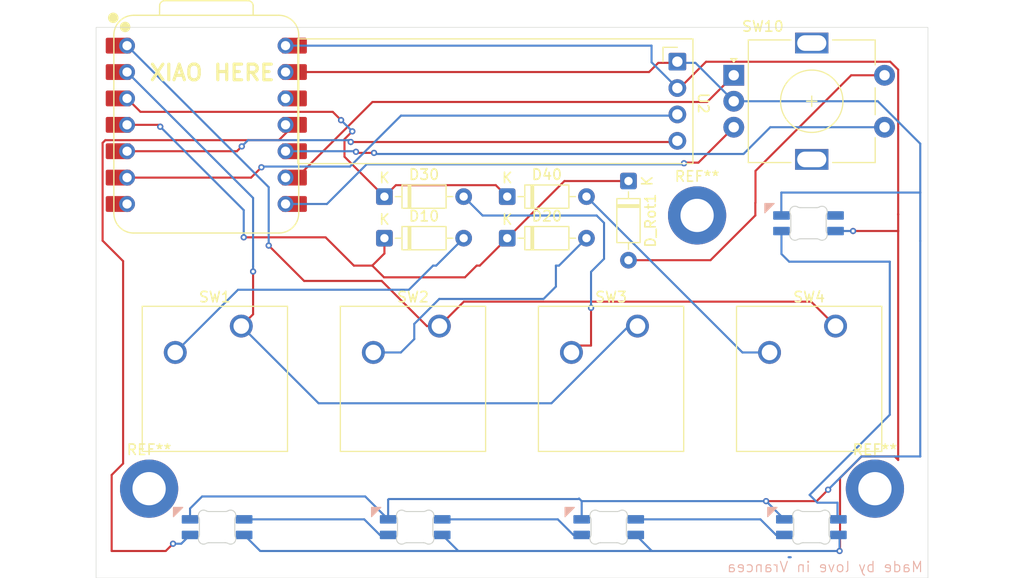
<source format=kicad_pcb>
(kicad_pcb (version 20241229) (generator "pcbnew") (generator_version "9.0")
  (layers (0 "F.Cu" signal) (2 "B.Cu" signal) (13 "F.Paste" user) (15 "B.Paste" user) (5 "F.SilkS" user "F.Silkscreen") (7 "B.SilkS" user "B.Silkscreen") (1 "F.Mask" user) (3 "B.Mask" user) (25 "Edge.Cuts" user))
  (net 0 "")
  (net 1 "Net-(D1-DOUT)")
  (net 2 "GND")
  (net 3 "SK6812")
  (net 4 "Net-(D2-DOUT)")
  (net 5 "Net-(D3-DOUT)")
  (net 6 "Net-(D4-DOUT)")
  (net 8 "Net-(D20-A)")
  (net 9 "Net-(D30-A)")
  (net 11 "Net-(D40-A)")
  (net 12 "ROW0")
  (net 13 "ROW1")
  (net 14 "Net-(D10-A)")
  (net 15 "EC11SWA")
  (net 16 "SDA")
  (net 17 "SCL")
  (net 18 "VCC")
  (net 19 "EC11A")
  (net 20 "EC11B")
  (net 21 "COL2")
  (net 22 "COL0")
  (net 23 "COL1")
  (footprint "Hackclub Footprints:MX_SK6812MINI-E_REV" (layer "F.Cu") (at 142.6875 110.5225)
    (property "Reference" "D2" (hide yes))
    (property "Value" "SK6812MINI-E")
    (fp_poly (pts (xy -4.2 4.08) (xy -3.3 3.18) (xy -4.2 3.18)) (stroke (width 0.1)) (fill yes) (layer "B.SilkS"))
    (fp_line (start -1.699999 5.782842) (end -1.699999 4.377158) (stroke (width 0.1)) (layer "Edge.Cuts"))
    (fp_line (start -0.794452 3.58) (end 0.794452 3.58) (stroke (width 0.1)) (layer "Edge.Cuts"))
    (fp_line (start 0.794452 6.579999) (end -0.794453 6.579999) (stroke (width 0.1)) (layer "Edge.Cuts"))
    (fp_line (start 1.699999 4.377158) (end 1.699999 5.782842) (stroke (width 0.1)) (layer "Edge.Cuts"))
    (fp_arc (start -1.749484 4.16028) (mid -1.712527 4.265932) (end -1.699999 4.377158) (stroke (width 0.1)) (layer "Edge.Cuts"))
    (fp_arc (start -1.749484 4.160281) (mid -1.638072 3.575965) (end -1.046711 3.511701) (stroke (width 0.1)) (layer "Edge.Cuts"))
    (fp_arc (start -1.699999 5.782843) (mid -1.712527 5.894068) (end -1.749484 5.99972) (stroke (width 0.1)) (layer "Edge.Cuts"))
    (fp_arc (start -1.046711 6.648298) (mid -1.638071 6.584034) (end -1.749484 5.99972) (stroke (width 0.1)) (layer "Edge.Cuts"))
    (fp_arc (start -1.046711 6.648298) (mid -0.925123 6.597376) (end -0.794453 6.579999) (stroke (width 0.1)) (layer "Edge.Cuts"))
    (fp_arc (start -0.794452 3.58) (mid -0.925123 3.562623) (end -1.046711 3.511701) (stroke (width 0.1)) (layer "Edge.Cuts"))
    (fp_arc (start 0.794453 6.58) (mid 0.925123 6.597377) (end 1.046711 6.648299) (stroke (width 0.1)) (layer "Edge.Cuts"))
    (fp_arc (start 1.04671 3.511701) (mid 0.925122 3.562623) (end 0.794452 3.58) (stroke (width 0.1)) (layer "Edge.Cuts"))
    (fp_arc (start 1.046711 3.511703) (mid 1.63807 3.575966) (end 1.749484 4.16028) (stroke (width 0.1)) (layer "Edge.Cuts"))
    (fp_arc (start 1.699999 4.377157) (mid 1.712527 4.265932) (end 1.749484 4.16028) (stroke (width 0.1)) (layer "Edge.Cuts"))
    (fp_arc (start 1.749484 5.99972) (mid 1.638071 6.584035) (end 1.046711 6.648299) (stroke (width 0.1)) (layer "Edge.Cuts"))
    (fp_arc (start 1.749484 5.99972) (mid 1.712527 5.894068) (end 1.699999 5.782842) (stroke (width 0.1)) (layer "Edge.Cuts"))
    (pad "1" smd roundrect (at 2.6 5.83 90) (size 0.82 1.6) (layers "B.Cu" "B.Mask" "B.Paste") (roundrect_rratio 0.1) (net 18 "VCC"))
    (pad "2" smd roundrect (at 2.6 4.33 90) (size 0.82 1.6) (layers "B.Cu" "B.Mask" "B.Paste") (roundrect_rratio 0.1) (net 4 "Net-(D2-DOUT)"))
    (pad "3" smd roundrect (at -2.6 4.33 90) (size 0.82 1.6) (layers "B.Cu" "B.Mask" "B.Paste") (roundrect_rratio 0.1) (net 2 "GND"))
    (pad "4" smd roundrect (at -2.6 5.83 90) (size 0.82 1.6) (layers "B.Cu" "B.Mask" "B.Paste") (roundrect_rratio 0.1) (net 1 "Net-(D1-DOUT)"))
  )
  (footprint "Hackclub Footprints:OLED_0.91_128x32" (layer "F.Cu") (at 167.9 70.8 -90)
    (property "Reference" "U2" (at 4 -2.5 270) (layer "F.SilkS"))
    (property "Value" "OLED_0.91_128x32")
    (fp_line (start 0 1.38) (end -1.38 1.38) (stroke (width 0.12)) (layer "F.SilkS"))
    (fp_line (start -1.38 0) (end -1.38 1.38) (stroke (width 0.12)) (layer "F.SilkS"))
    (fp_rect (start -2.19 -1.5) (end 9.81 36.5) (stroke (width 0.12)) (fill no) (layer "F.SilkS"))
    (pad "1" thru_hole roundrect (at 0 0 270) (size 1.7 1.7) (drill 1) (layers "*.Cu" "*.Mask") (roundrect_rratio 0.1) (net 2 "GND"))
    (pad "2" thru_hole circle (at 2.54 0 270) (size 1.7 1.7) (drill 1) (layers "*.Cu" "*.Mask") (net 18 "VCC"))
    (pad "3" thru_hole circle (at 5.08 0 270) (size 1.7 1.7) (drill 1) (layers "*.Cu" "*.Mask") (net 17 "SCL"))
    (pad "4" thru_hole circle (at 7.62 0 270) (size 1.7 1.7) (drill 1) (layers "*.Cu" "*.Mask") (net 16 "SDA"))
  )
  (footprint "Button_Switch_Keyboard:SW_Cherry_MX_1.00u_PCB" (layer "F.Cu") (at 125.965 96.25)
    (property "Reference" "SW1" (at -2.54 -2.794 0) (layer "F.SilkS"))
    (property "Value" "SW_Push")
    (fp_line (start -9.525 -1.905) (end 4.445 -1.905) (stroke (width 0.12)) (layer "F.SilkS"))
    (fp_line (start -9.525 12.065) (end -9.525 -1.905) (stroke (width 0.12)) (layer "F.SilkS"))
    (fp_line (start 4.445 -1.905) (end 4.445 12.065) (stroke (width 0.12)) (layer "F.SilkS"))
    (fp_line (start 4.445 12.065) (end -9.525 12.065) (stroke (width 0.12)) (layer "F.SilkS"))
    (pad "" np_thru_hole circle (at -7.62 5.08) (size 1.7 1.7) (drill 1.7) (layers "*.Cu" "*.Mask"))
    (pad "" np_thru_hole circle (at -2.54 5.08) (size 4 4) (drill 4) (layers "*.Cu" "*.Mask"))
    (pad "" np_thru_hole circle (at 2.54 5.08) (size 1.7 1.7) (drill 1.7) (layers "*.Cu" "*.Mask"))
    (pad "1" thru_hole circle (at 0 0) (size 2.2 2.2) (drill 1.5) (layers "*.Cu" "*.Mask") (net 22 "COL0"))
    (pad "2" thru_hole circle (at -6.35 2.54) (size 2.2 2.2) (drill 1.5) (layers "*.Cu" "*.Mask") (net 14 "Net-(D10-A)"))
  )
  (footprint "Hackclub Footprints:MX_SK6812MINI-E_REV" (layer "F.Cu") (at 180.7875 110.5225)
    (property "Reference" "D4" (hide yes))
    (property "Value" "SK6812MINI-E")
    (fp_poly (pts (xy -4.2 4.08) (xy -3.3 3.18) (xy -4.2 3.18)) (stroke (width 0.1)) (fill yes) (layer "B.SilkS"))
    (fp_line (start -1.699999 5.782842) (end -1.699999 4.377158) (stroke (width 0.1)) (layer "Edge.Cuts"))
    (fp_line (start -0.794452 3.58) (end 0.794452 3.58) (stroke (width 0.1)) (layer "Edge.Cuts"))
    (fp_line (start 0.794452 6.579999) (end -0.794453 6.579999) (stroke (width 0.1)) (layer "Edge.Cuts"))
    (fp_line (start 1.699999 4.377158) (end 1.699999 5.782842) (stroke (width 0.1)) (layer "Edge.Cuts"))
    (fp_arc (start -1.749484 4.16028) (mid -1.712527 4.265932) (end -1.699999 4.377158) (stroke (width 0.1)) (layer "Edge.Cuts"))
    (fp_arc (start -1.749484 4.160281) (mid -1.638072 3.575965) (end -1.046711 3.511701) (stroke (width 0.1)) (layer "Edge.Cuts"))
    (fp_arc (start -1.699999 5.782843) (mid -1.712527 5.894068) (end -1.749484 5.99972) (stroke (width 0.1)) (layer "Edge.Cuts"))
    (fp_arc (start -1.046711 6.648298) (mid -1.638071 6.584034) (end -1.749484 5.99972) (stroke (width 0.1)) (layer "Edge.Cuts"))
    (fp_arc (start -1.046711 6.648298) (mid -0.925123 6.597376) (end -0.794453 6.579999) (stroke (width 0.1)) (layer "Edge.Cuts"))
    (fp_arc (start -0.794452 3.58) (mid -0.925123 3.562623) (end -1.046711 3.511701) (stroke (width 0.1)) (layer "Edge.Cuts"))
    (fp_arc (start 0.794453 6.58) (mid 0.925123 6.597377) (end 1.046711 6.648299) (stroke (width 0.1)) (layer "Edge.Cuts"))
    (fp_arc (start 1.04671 3.511701) (mid 0.925122 3.562623) (end 0.794452 3.58) (stroke (width 0.1)) (layer "Edge.Cuts"))
    (fp_arc (start 1.046711 3.511703) (mid 1.63807 3.575966) (end 1.749484 4.16028) (stroke (width 0.1)) (layer "Edge.Cuts"))
    (fp_arc (start 1.699999 4.377157) (mid 1.712527 4.265932) (end 1.749484 4.16028) (stroke (width 0.1)) (layer "Edge.Cuts"))
    (fp_arc (start 1.749484 5.99972) (mid 1.638071 6.584035) (end 1.046711 6.648299) (stroke (width 0.1)) (layer "Edge.Cuts"))
    (fp_arc (start 1.749484 5.99972) (mid 1.712527 5.894068) (end 1.699999 5.782842) (stroke (width 0.1)) (layer "Edge.Cuts"))
    (pad "1" smd roundrect (at 2.6 5.83 90) (size 0.82 1.6) (layers "B.Cu" "B.Mask" "B.Paste") (roundrect_rratio 0.1) (net 18 "VCC"))
    (pad "2" smd roundrect (at 2.6 4.33 90) (size 0.82 1.6) (layers "B.Cu" "B.Mask" "B.Paste") (roundrect_rratio 0.1) (net 6 "Net-(D4-DOUT)"))
    (pad "3" smd roundrect (at -2.6 4.33 90) (size 0.82 1.6) (layers "B.Cu" "B.Mask" "B.Paste") (roundrect_rratio 0.1) (net 2 "GND"))
    (pad "4" smd roundrect (at -2.6 5.83 90) (size 0.82 1.6) (layers "B.Cu" "B.Mask" "B.Paste") (roundrect_rratio 0.1) (net 5 "Net-(D3-DOUT)"))
  )
  (footprint "MountingHole:MountingHole_3.2mm_M3_DIN965_Pad" (layer "F.Cu") (at 186.9 111.9)
    (property "Reference" "REF**" (at 0 -3.75 0) (layer "F.SilkS"))
    (property "Value" "MountingHole_3.2mm_M3_DIN965_Pad")
    (pad "1" thru_hole circle (at 0 0) (size 5.6 5.6) (drill 3.2) (layers "*.Cu" "*.Mask"))
  )
  (footprint "Hackclub Footprints:MX_SK6812MINI-E_REV" (layer "F.Cu") (at 161.3 110.5225)
    (property "Reference" "D3" (hide yes))
    (property "Value" "SK6812MINI-E")
    (fp_poly (pts (xy -4.2 4.08) (xy -3.3 3.18) (xy -4.2 3.18)) (stroke (width 0.1)) (fill yes) (layer "B.SilkS"))
    (fp_line (start -1.699999 5.782842) (end -1.699999 4.377158) (stroke (width 0.1)) (layer "Edge.Cuts"))
    (fp_line (start -0.794452 3.58) (end 0.794452 3.58) (stroke (width 0.1)) (layer "Edge.Cuts"))
    (fp_line (start 0.794452 6.579999) (end -0.794453 6.579999) (stroke (width 0.1)) (layer "Edge.Cuts"))
    (fp_line (start 1.699999 4.377158) (end 1.699999 5.782842) (stroke (width 0.1)) (layer "Edge.Cuts"))
    (fp_arc (start -1.749484 4.16028) (mid -1.712527 4.265932) (end -1.699999 4.377158) (stroke (width 0.1)) (layer "Edge.Cuts"))
    (fp_arc (start -1.749484 4.160281) (mid -1.638072 3.575965) (end -1.046711 3.511701) (stroke (width 0.1)) (layer "Edge.Cuts"))
    (fp_arc (start -1.699999 5.782843) (mid -1.712527 5.894068) (end -1.749484 5.99972) (stroke (width 0.1)) (layer "Edge.Cuts"))
    (fp_arc (start -1.046711 6.648298) (mid -1.638071 6.584034) (end -1.749484 5.99972) (stroke (width 0.1)) (layer "Edge.Cuts"))
    (fp_arc (start -1.046711 6.648298) (mid -0.925123 6.597376) (end -0.794453 6.579999) (stroke (width 0.1)) (layer "Edge.Cuts"))
    (fp_arc (start -0.794452 3.58) (mid -0.925123 3.562623) (end -1.046711 3.511701) (stroke (width 0.1)) (layer "Edge.Cuts"))
    (fp_arc (start 0.794453 6.58) (mid 0.925123 6.597377) (end 1.046711 6.648299) (stroke (width 0.1)) (layer "Edge.Cuts"))
    (fp_arc (start 1.04671 3.511701) (mid 0.925122 3.562623) (end 0.794452 3.58) (stroke (width 0.1)) (layer "Edge.Cuts"))
    (fp_arc (start 1.046711 3.511703) (mid 1.63807 3.575966) (end 1.749484 4.16028) (stroke (width 0.1)) (layer "Edge.Cuts"))
    (fp_arc (start 1.699999 4.377157) (mid 1.712527 4.265932) (end 1.749484 4.16028) (stroke (width 0.1)) (layer "Edge.Cuts"))
    (fp_arc (start 1.749484 5.99972) (mid 1.638071 6.584035) (end 1.046711 6.648299) (stroke (width 0.1)) (layer "Edge.Cuts"))
    (fp_arc (start 1.749484 5.99972) (mid 1.712527 5.894068) (end 1.699999 5.782842) (stroke (width 0.1)) (layer "Edge.Cuts"))
    (pad "1" smd roundrect (at 2.6 5.83 90) (size 0.82 1.6) (layers "B.Cu" "B.Mask" "B.Paste") (roundrect_rratio 0.1) (net 18 "VCC"))
    (pad "2" smd roundrect (at 2.6 4.33 90) (size 0.82 1.6) (layers "B.Cu" "B.Mask" "B.Paste") (roundrect_rratio 0.1) (net 5 "Net-(D3-DOUT)"))
    (pad "3" smd roundrect (at -2.6 4.33 90) (size 0.82 1.6) (layers "B.Cu" "B.Mask" "B.Paste") (roundrect_rratio 0.1) (net 2 "GND"))
    (pad "4" smd roundrect (at -2.6 5.83 90) (size 0.82 1.6) (layers "B.Cu" "B.Mask" "B.Paste") (roundrect_rratio 0.1) (net 4 "Net-(D2-DOUT)"))
  )
  (footprint "Hackclub Footprints:MX_SK6812MINI-E_REV" (layer "F.Cu") (at 123.6375 110.5225)
    (property "Reference" "D1" (hide yes))
    (property "Value" "SK6812MINI-E")
    (fp_poly (pts (xy -4.2 4.08) (xy -3.3 3.18) (xy -4.2 3.18)) (stroke (width 0.1)) (fill yes) (layer "B.SilkS"))
    (fp_line (start -1.699999 5.782842) (end -1.699999 4.377158) (stroke (width 0.1)) (layer "Edge.Cuts"))
    (fp_line (start -0.794452 3.58) (end 0.794452 3.58) (stroke (width 0.1)) (layer "Edge.Cuts"))
    (fp_line (start 0.794452 6.579999) (end -0.794453 6.579999) (stroke (width 0.1)) (layer "Edge.Cuts"))
    (fp_line (start 1.699999 4.377158) (end 1.699999 5.782842) (stroke (width 0.1)) (layer "Edge.Cuts"))
    (fp_arc (start -1.749484 4.16028) (mid -1.712527 4.265932) (end -1.699999 4.377158) (stroke (width 0.1)) (layer "Edge.Cuts"))
    (fp_arc (start -1.749484 4.160281) (mid -1.638072 3.575965) (end -1.046711 3.511701) (stroke (width 0.1)) (layer "Edge.Cuts"))
    (fp_arc (start -1.699999 5.782843) (mid -1.712527 5.894068) (end -1.749484 5.99972) (stroke (width 0.1)) (layer "Edge.Cuts"))
    (fp_arc (start -1.046711 6.648298) (mid -1.638071 6.584034) (end -1.749484 5.99972) (stroke (width 0.1)) (layer "Edge.Cuts"))
    (fp_arc (start -1.046711 6.648298) (mid -0.925123 6.597376) (end -0.794453 6.579999) (stroke (width 0.1)) (layer "Edge.Cuts"))
    (fp_arc (start -0.794452 3.58) (mid -0.925123 3.562623) (end -1.046711 3.511701) (stroke (width 0.1)) (layer "Edge.Cuts"))
    (fp_arc (start 0.794453 6.58) (mid 0.925123 6.597377) (end 1.046711 6.648299) (stroke (width 0.1)) (layer "Edge.Cuts"))
    (fp_arc (start 1.04671 3.511701) (mid 0.925122 3.562623) (end 0.794452 3.58) (stroke (width 0.1)) (layer "Edge.Cuts"))
    (fp_arc (start 1.046711 3.511703) (mid 1.63807 3.575966) (end 1.749484 4.16028) (stroke (width 0.1)) (layer "Edge.Cuts"))
    (fp_arc (start 1.699999 4.377157) (mid 1.712527 4.265932) (end 1.749484 4.16028) (stroke (width 0.1)) (layer "Edge.Cuts"))
    (fp_arc (start 1.749484 5.99972) (mid 1.638071 6.584035) (end 1.046711 6.648299) (stroke (width 0.1)) (layer "Edge.Cuts"))
    (fp_arc (start 1.749484 5.99972) (mid 1.712527 5.894068) (end 1.699999 5.782842) (stroke (width 0.1)) (layer "Edge.Cuts"))
    (pad "1" smd roundrect (at 2.6 5.83 90) (size 0.82 1.6) (layers "B.Cu" "B.Mask" "B.Paste") (roundrect_rratio 0.1) (net 18 "VCC"))
    (pad "2" smd roundrect (at 2.6 4.33 90) (size 0.82 1.6) (layers "B.Cu" "B.Mask" "B.Paste") (roundrect_rratio 0.1) (net 1 "Net-(D1-DOUT)"))
    (pad "3" smd roundrect (at -2.6 4.33 90) (size 0.82 1.6) (layers "B.Cu" "B.Mask" "B.Paste") (roundrect_rratio 0.1) (net 2 "GND"))
    (pad "4" smd roundrect (at -2.6 5.83 90) (size 0.82 1.6) (layers "B.Cu" "B.Mask" "B.Paste") (roundrect_rratio 0.1) (net 3 "SK6812"))
  )
  (footprint "Diode_THT:D_DO-35_SOD27_P7.62mm_Horizontal" (layer "F.Cu") (at 139.73 87.79)
    (property "Reference" "D10" (at 3.81 -2.12 0) (layer "F.SilkS"))
    (property "Value" "D")
    (fp_line (start 1.04 0) (end 1.69 0) (stroke (width 0.12)) (layer "F.SilkS"))
    (fp_line (start 2.29 -1.12) (end 2.29 1.12) (stroke (width 0.12)) (layer "F.SilkS"))
    (fp_line (start 2.41 -1.12) (end 2.41 1.12) (stroke (width 0.12)) (layer "F.SilkS"))
    (fp_line (start 2.53 -1.12) (end 2.53 1.12) (stroke (width 0.12)) (layer "F.SilkS"))
    (fp_line (start 6.58 0) (end 5.93 0) (stroke (width 0.12)) (layer "F.SilkS"))
    (fp_rect (start 1.69 -1.12) (end 5.93 1.12) (stroke (width 0.12)) (fill no) (layer "F.SilkS"))
    (fp_text user "K" (at 0 -1.8 0) (layer "F.SilkS"))
    (pad "1" thru_hole roundrect (at 0 0) (size 1.6 1.6) (drill 0.8) (layers "*.Cu" "*.Mask") (roundrect_rratio 0.15625) (net 12 "ROW0"))
    (pad "2" thru_hole circle (at 7.62 0) (size 1.6 1.6) (drill 0.8) (layers "*.Cu" "*.Mask") (net 14 "Net-(D10-A)"))
  )
  (footprint "Button_Switch_Keyboard:SW_Cherry_MX_1.00u_PCB" (layer "F.Cu") (at 145.015 96.25)
    (property "Reference" "SW2" (at -2.54 -2.794 0) (layer "F.SilkS"))
    (property "Value" "SW_Push")
    (fp_line (start -9.525 -1.905) (end 4.445 -1.905) (stroke (width 0.12)) (layer "F.SilkS"))
    (fp_line (start -9.525 12.065) (end -9.525 -1.905) (stroke (width 0.12)) (layer "F.SilkS"))
    (fp_line (start 4.445 -1.905) (end 4.445 12.065) (stroke (width 0.12)) (layer "F.SilkS"))
    (fp_line (start 4.445 12.065) (end -9.525 12.065) (stroke (width 0.12)) (layer "F.SilkS"))
    (pad "" np_thru_hole circle (at -7.62 5.08) (size 1.7 1.7) (drill 1.7) (layers "*.Cu" "*.Mask"))
    (pad "" np_thru_hole circle (at -2.54 5.08) (size 4 4) (drill 4) (layers "*.Cu" "*.Mask"))
    (pad "" np_thru_hole circle (at 2.54 5.08) (size 1.7 1.7) (drill 1.7) (layers "*.Cu" "*.Mask"))
    (pad "1" thru_hole circle (at 0 0) (size 2.2 2.2) (drill 1.5) (layers "*.Cu" "*.Mask") (net 23 "COL1"))
    (pad "2" thru_hole circle (at -6.35 2.54) (size 2.2 2.2) (drill 1.5) (layers "*.Cu" "*.Mask") (net 8 "Net-(D20-A)"))
  )
  (footprint "Seeed Studio XIAO Series Library:XIAO-RP2040-DIP" (layer "F.Cu") (at 122.6 76.88)
    (property "Reference" "U1" (hide yes))
    (property "Value" "XIAO-RP2040-DIP")
    (fp_line (start -8.89 8.509) (end -8.89 -8.636) (stroke (width 0.127)) (layer "F.SilkS"))
    (fp_line (start -6.985 10.414) (end 6.985 10.414) (stroke (width 0.127)) (layer "F.SilkS"))
    (fp_line (start -4.495 -10.541) (end -4.491272 -11.451272) (stroke (width 0.127)) (layer "F.SilkS"))
    (fp_line (start -3.991272 -11.951) (end 4.004 -11.951) (stroke (width 0.127)) (layer "F.SilkS"))
    (fp_line (start 4.504 -11.451) (end 4.504 -10.541) (stroke (width 0.127)) (layer "F.SilkS"))
    (fp_line (start 6.985 -10.541) (end -6.985 -10.541) (stroke (width 0.1)) (layer "F.SilkS"))
    (fp_line (start 6.985 -10.541) (end -6.985 -10.541) (stroke (width 0.127)) (layer "F.SilkS"))
    (fp_line (start 8.89 8.509) (end 8.89 -8.636) (stroke (width 0.127)) (layer "F.SilkS"))
    (fp_arc (start -8.89 -8.636) (mid -8.332038 -9.983038) (end -6.985 -10.541) (stroke (width 0.127)) (layer "F.SilkS"))
    (fp_arc (start -6.985 10.414) (mid -8.332038 9.856038) (end -8.89 8.509) (stroke (width 0.127)) (layer "F.SilkS"))
    (fp_arc (start -4.491272 -11.451272) (mid -4.344728 -11.80464) (end -3.991272 -11.951) (stroke (width 0.127)) (layer "F.SilkS"))
    (fp_arc (start 4.004 -11.951) (mid 4.357553 -11.804553) (end 4.504 -11.451) (stroke (width 0.127)) (layer "F.SilkS"))
    (fp_arc (start 6.985 -10.541) (mid 8.332038 -9.983038) (end 8.89 -8.636) (stroke (width 0.127)) (layer "F.SilkS"))
    (fp_arc (start 8.89 8.509) (mid 8.332038 9.856038) (end 6.985 10.414) (stroke (width 0.127)) (layer "F.SilkS"))
    (fp_circle (center -8.95 -10.3) (end -8.95 -10.554) (stroke (width 0.5)) (fill yes) (layer "F.SilkS"))
    (fp_circle (center -7.807 -9.42) (end -7.807 -9.674) (stroke (width 0.5)) (fill yes) (layer "F.SilkS"))
    (pad "1" smd roundrect (at -8.455 -7.62 180) (size 2.432 1.524) (layers "F.Cu" "F.Mask") (roundrect_rratio 0.1) (net 23 "COL1"))
    (pad "1" thru_hole circle (at -7.62 -7.62 180) (size 1.524 1.524) (drill 0.889) (layers "*.Cu" "*.Mask") (net 23 "COL1"))
    (pad "2" smd roundrect (at -8.455 -5.08 180) (size 2.432 1.524) (layers "F.Cu" "F.Mask") (roundrect_rratio 0.1) (net 22 "COL0"))
    (pad "2" thru_hole circle (at -7.62 -5.08 180) (size 1.524 1.524) (drill 0.889) (layers "*.Cu" "*.Mask") (net 22 "COL0"))
    (pad "3" smd roundrect (at -8.455 -2.54 180) (size 2.432 1.524) (layers "F.Cu" "F.Mask") (roundrect_rratio 0.1) (net 13 "ROW1"))
    (pad "3" thru_hole circle (at -7.62 -2.54 180) (size 1.524 1.524) (drill 0.889) (layers "*.Cu" "*.Mask") (net 13 "ROW1"))
    (pad "4" smd roundrect (at -8.455 0 180) (size 2.432 1.524) (layers "F.Cu" "F.Mask") (roundrect_rratio 0.1) (net 12 "ROW0"))
    (pad "4" thru_hole circle (at -7.62 0 180) (size 1.524 1.524) (drill 0.889) (layers "*.Cu" "*.Mask") (net 12 "ROW0"))
    (pad "5" smd roundrect (at -8.455 2.54 180) (size 2.432 1.524) (layers "F.Cu" "F.Mask") (roundrect_rratio 0.1) (net 16 "SDA"))
    (pad "5" thru_hole circle (at -7.62 2.54 180) (size 1.524 1.524) (drill 0.889) (layers "*.Cu" "*.Mask") (net 16 "SDA"))
    (pad "6" smd roundrect (at -8.455 5.08 180) (size 2.432 1.524) (layers "F.Cu" "F.Mask") (roundrect_rratio 0.1) (net 17 "SCL"))
    (pad "6" thru_hole circle (at -7.62 5.08 180) (size 1.524 1.524) (drill 0.889) (layers "*.Cu" "*.Mask") (net 17 "SCL"))
    (pad "7" smd roundrect (at -8.455 7.62 180) (size 2.432 1.524) (layers "F.Cu" "F.Mask") (roundrect_rratio 0.1))
    (pad "7" thru_hole circle (at -7.62 7.62 180) (size 1.524 1.524) (drill 0.889) (layers "*.Cu" "*.Mask"))
    (pad "8" thru_hole circle (at 7.62 7.62) (size 1.524 1.524) (drill 0.889) (layers "*.Cu" "*.Mask") (net 20 "EC11B"))
    (pad "8" smd roundrect (at 8.455 7.62) (size 2.432 1.524) (layers "F.Cu" "F.Mask") (roundrect_rratio 0.1) (net 20 "EC11B"))
    (pad "9" thru_hole circle (at 7.62 5.08) (size 1.524 1.524) (drill 0.889) (layers "*.Cu" "*.Mask") (net 19 "EC11A"))
    (pad "9" smd roundrect (at 8.455 5.08) (size 2.432 1.524) (layers "F.Cu" "F.Mask") (roundrect_rratio 0.1) (net 19 "EC11A"))
    (pad "10" thru_hole circle (at 7.62 2.54) (size 1.524 1.524) (drill 0.889) (layers "*.Cu" "*.Mask") (net 21 "COL2"))
    (pad "10" smd roundrect (at 8.455 2.54) (size 2.432 1.524) (layers "F.Cu" "F.Mask") (roundrect_rratio 0.1) (net 21 "COL2"))
    (pad "11" thru_hole circle (at 7.62 0) (size 1.524 1.524) (drill 0.889) (layers "*.Cu" "*.Mask") (net 3 "SK6812"))
    (pad "11" smd roundrect (at 8.455 0) (size 2.432 1.524) (layers "F.Cu" "F.Mask") (roundrect_rratio 0.1) (net 3 "SK6812"))
    (pad "12" thru_hole circle (at 7.62 -2.54) (size 1.524 1.524) (drill 0.889) (layers "*.Cu" "*.Mask"))
    (pad "12" smd roundrect (at 8.455 -2.54) (size 2.432 1.524) (layers "F.Cu" "F.Mask") (roundrect_rratio 0.1))
    (pad "13" thru_hole circle (at 7.62 -5.08) (size 1.524 1.524) (drill 0.889) (layers "*.Cu" "*.Mask") (net 2 "GND"))
    (pad "13" smd roundrect (at 8.455 -5.08) (size 2.432 1.524) (layers "F.Cu" "F.Mask") (roundrect_rratio 0.1) (net 2 "GND"))
    (pad "14" thru_hole circle (at 7.62 -7.62) (size 1.524 1.524) (drill 0.889) (layers "*.Cu" "*.Mask") (net 18 "VCC"))
    (pad "14" smd roundrect (at 8.455 -7.62) (size 2.432 1.524) (layers "F.Cu" "F.Mask") (roundrect_rratio 0.1) (net 18 "VCC"))
  )
  (footprint "Diode_THT:D_DO-35_SOD27_P7.62mm_Horizontal" (layer "F.Cu") (at 151.54 83.79)
    (property "Reference" "D40" (at 3.81 -2.12 0) (layer "F.SilkS"))
    (property "Value" "D")
    (fp_line (start 1.04 0) (end 1.69 0) (stroke (width 0.12)) (layer "F.SilkS"))
    (fp_line (start 2.29 -1.12) (end 2.29 1.12) (stroke (width 0.12)) (layer "F.SilkS"))
    (fp_line (start 2.41 -1.12) (end 2.41 1.12) (stroke (width 0.12)) (layer "F.SilkS"))
    (fp_line (start 2.53 -1.12) (end 2.53 1.12) (stroke (width 0.12)) (layer "F.SilkS"))
    (fp_line (start 6.58 0) (end 5.93 0) (stroke (width 0.12)) (layer "F.SilkS"))
    (fp_rect (start 1.69 -1.12) (end 5.93 1.12) (stroke (width 0.12)) (fill no) (layer "F.SilkS"))
    (fp_text user "K" (at 0 -1.8 0) (layer "F.SilkS"))
    (pad "1" thru_hole roundrect (at 0 0) (size 1.6 1.6) (drill 0.8) (layers "*.Cu" "*.Mask") (roundrect_rratio 0.15625) (net 13 "ROW1"))
    (pad "2" thru_hole circle (at 7.62 0) (size 1.6 1.6) (drill 0.8) (layers "*.Cu" "*.Mask") (net 11 "Net-(D40-A)"))
  )
  (footprint "Diode_THT:D_DO-35_SOD27_P7.62mm_Horizontal" (layer "F.Cu") (at 139.73 83.79)
    (property "Reference" "D30" (at 3.81 -2.12 0) (layer "F.SilkS"))
    (property "Value" "D")
    (fp_line (start 1.04 0) (end 1.69 0) (stroke (width 0.12)) (layer "F.SilkS"))
    (fp_line (start 2.29 -1.12) (end 2.29 1.12) (stroke (width 0.12)) (layer "F.SilkS"))
    (fp_line (start 2.41 -1.12) (end 2.41 1.12) (stroke (width 0.12)) (layer "F.SilkS"))
    (fp_line (start 2.53 -1.12) (end 2.53 1.12) (stroke (width 0.12)) (layer "F.SilkS"))
    (fp_line (start 6.58 0) (end 5.93 0) (stroke (width 0.12)) (layer "F.SilkS"))
    (fp_rect (start 1.69 -1.12) (end 5.93 1.12) (stroke (width 0.12)) (fill no) (layer "F.SilkS"))
    (fp_text user "K" (at 0 -1.8 0) (layer "F.SilkS"))
    (pad "1" thru_hole roundrect (at 0 0) (size 1.6 1.6) (drill 0.8) (layers "*.Cu" "*.Mask") (roundrect_rratio 0.15625) (net 13 "ROW1"))
    (pad "2" thru_hole circle (at 7.62 0) (size 1.6 1.6) (drill 0.8) (layers "*.Cu" "*.Mask") (net 9 "Net-(D30-A)"))
  )
  (footprint "Button_Switch_Keyboard:SW_Cherry_MX_1.00u_PCB" (layer "F.Cu") (at 183.115 96.25)
    (property "Reference" "SW4" (at -2.54 -2.794 0) (layer "F.SilkS"))
    (property "Value" "SW_Push")
    (fp_line (start -9.525 -1.905) (end 4.445 -1.905) (stroke (width 0.12)) (layer "F.SilkS"))
    (fp_line (start -9.525 12.065) (end -9.525 -1.905) (stroke (width 0.12)) (layer "F.SilkS"))
    (fp_line (start 4.445 -1.905) (end 4.445 12.065) (stroke (width 0.12)) (layer "F.SilkS"))
    (fp_line (start 4.445 12.065) (end -9.525 12.065) (stroke (width 0.12)) (layer "F.SilkS"))
    (pad "" np_thru_hole circle (at -7.62 5.08) (size 1.7 1.7) (drill 1.7) (layers "*.Cu" "*.Mask"))
    (pad "" np_thru_hole circle (at -2.54 5.08) (size 4 4) (drill 4) (layers "*.Cu" "*.Mask"))
    (pad "" np_thru_hole circle (at 2.54 5.08) (size 1.7 1.7) (drill 1.7) (layers "*.Cu" "*.Mask"))
    (pad "1" thru_hole circle (at 0 0) (size 2.2 2.2) (drill 1.5) (layers "*.Cu" "*.Mask") (net 23 "COL1"))
    (pad "2" thru_hole circle (at -6.35 2.54) (size 2.2 2.2) (drill 1.5) (layers "*.Cu" "*.Mask") (net 11 "Net-(D40-A)"))
  )
  (footprint "MountingHole:MountingHole_3.2mm_M3_DIN965_Pad" (layer "F.Cu") (at 169.8 85.6)
    (property "Reference" "REF**" (at 0 -3.75 0) (layer "F.SilkS"))
    (property "Value" "MountingHole_3.2mm_M3_DIN965_Pad")
    (pad "1" thru_hole circle (at 0 0) (size 5.6 5.6) (drill 3.2) (layers "*.Cu" "*.Mask"))
  )
  (footprint "Diode_THT:D_DO-35_SOD27_P7.62mm_Horizontal" (layer "F.Cu") (at 151.54 87.79)
    (property "Reference" "D20" (at 3.81 -2.12 0) (layer "F.SilkS"))
    (property "Value" "D")
    (fp_line (start 1.04 0) (end 1.69 0) (stroke (width 0.12)) (layer "F.SilkS"))
    (fp_line (start 2.29 -1.12) (end 2.29 1.12) (stroke (width 0.12)) (layer "F.SilkS"))
    (fp_line (start 2.41 -1.12) (end 2.41 1.12) (stroke (width 0.12)) (layer "F.SilkS"))
    (fp_line (start 2.53 -1.12) (end 2.53 1.12) (stroke (width 0.12)) (layer "F.SilkS"))
    (fp_line (start 6.58 0) (end 5.93 0) (stroke (width 0.12)) (layer "F.SilkS"))
    (fp_rect (start 1.69 -1.12) (end 5.93 1.12) (stroke (width 0.12)) (fill no) (layer "F.SilkS"))
    (fp_text user "K" (at 0 -1.8 0) (layer "F.SilkS"))
    (pad "1" thru_hole roundrect (at 0 0) (size 1.6 1.6) (drill 0.8) (layers "*.Cu" "*.Mask") (roundrect_rratio 0.15625) (net 12 "ROW0"))
    (pad "2" thru_hole circle (at 7.62 0) (size 1.6 1.6) (drill 0.8) (layers "*.Cu" "*.Mask") (net 8 "Net-(D20-A)"))
  )
  (footprint "Button_Switch_Keyboard:SW_Cherry_MX_1.00u_PCB" (layer "F.Cu") (at 164.065 96.25)
    (property "Reference" "SW3" (at -2.54 -2.794 0) (layer "F.SilkS"))
    (property "Value" "SW_Push")
    (fp_line (start -9.525 -1.905) (end 4.445 -1.905) (stroke (width 0.12)) (layer "F.SilkS"))
    (fp_line (start -9.525 12.065) (end -9.525 -1.905) (stroke (width 0.12)) (layer "F.SilkS"))
    (fp_line (start 4.445 -1.905) (end 4.445 12.065) (stroke (width 0.12)) (layer "F.SilkS"))
    (fp_line (start 4.445 12.065) (end -9.525 12.065) (stroke (width 0.12)) (layer "F.SilkS"))
    (pad "" np_thru_hole circle (at -7.62 5.08) (size 1.7 1.7) (drill 1.7) (layers "*.Cu" "*.Mask"))
    (pad "" np_thru_hole circle (at -2.54 5.08) (size 4 4) (drill 4) (layers "*.Cu" "*.Mask"))
    (pad "" np_thru_hole circle (at 2.54 5.08) (size 1.7 1.7) (drill 1.7) (layers "*.Cu" "*.Mask"))
    (pad "1" thru_hole circle (at 0 0) (size 2.2 2.2) (drill 1.5) (layers "*.Cu" "*.Mask") (net 22 "COL0"))
    (pad "2" thru_hole circle (at -6.35 2.54) (size 2.2 2.2) (drill 1.5) (layers "*.Cu" "*.Mask") (net 9 "Net-(D30-A)"))
  )
  (footprint "Diode_THT:D_DO-35_SOD27_P7.62mm_Horizontal" (layer "F.Cu") (at 163.2 82.29 -90)
    (property "Reference" "D_Rot1" (at 3.81 -2.12 90) (layer "F.SilkS"))
    (property "Value" "D")
    (fp_line (start 1.04 0) (end 1.69 0) (stroke (width 0.12)) (layer "F.SilkS"))
    (fp_line (start 6.58 0) (end 5.93 0) (stroke (width 0.12)) (layer "F.SilkS"))
    (fp_line (start 2.29 -1.12) (end 2.29 1.12) (stroke (width 0.12)) (layer "F.SilkS"))
    (fp_line (start 2.41 -1.12) (end 2.41 1.12) (stroke (width 0.12)) (layer "F.SilkS"))
    (fp_line (start 2.53 -1.12) (end 2.53 1.12) (stroke (width 0.12)) (layer "F.SilkS"))
    (fp_rect (start 1.69 -1.12) (end 5.93 1.12) (stroke (width 0.12)) (fill no) (layer "F.SilkS"))
    (fp_text user "K" (at 0 -1.8 90) (layer "F.SilkS"))
    (pad "1" thru_hole roundrect (at 0 0 270) (size 1.6 1.6) (drill 0.8) (layers "*.Cu" "*.Mask") (roundrect_rratio 0.15625) (net 12 "ROW0"))
    (pad "2" thru_hole circle (at 7.62 0 270) (size 1.6 1.6) (drill 0.8) (layers "*.Cu" "*.Mask") (net 15 "EC11SWA"))
  )
  (footprint "Rotary_Encoder:RotaryEncoder_Alps_EC11E-Switch_Vertical_H20mm" (layer "F.Cu") (at 173.325 72.11)
    (property "Reference" "SW10" (at 2.8 -4.7 0) (layer "F.SilkS"))
    (property "Value" "RotaryEncoder_Switch")
    (fp_line (start -0.3 -1.6) (end 0.3 -1.6) (stroke (width 0.12)) (layer "F.SilkS"))
    (fp_line (start 0 -1.3) (end -0.3 -1.6) (stroke (width 0.12)) (layer "F.SilkS"))
    (fp_line (start 0.3 -1.6) (end 0 -1.3) (stroke (width 0.12)) (layer "F.SilkS"))
    (fp_line (start 1.4 -3.4) (end 1.4 8.4) (stroke (width 0.12)) (layer "F.SilkS"))
    (fp_line (start 5.5 -3.4) (end 1.4 -3.4) (stroke (width 0.12)) (layer "F.SilkS"))
    (fp_line (start 5.5 8.4) (end 1.4 8.4) (stroke (width 0.12)) (layer "F.SilkS"))
    (fp_line (start 7 2.5) (end 8 2.5) (stroke (width 0.12)) (layer "F.SilkS"))
    (fp_line (start 7.5 2) (end 7.5 3) (stroke (width 0.12)) (layer "F.SilkS"))
    (fp_line (start 9.5 -3.4) (end 13.6 -3.4) (stroke (width 0.12)) (layer "F.SilkS"))
    (fp_line (start 13.6 -3.4) (end 13.6 -1) (stroke (width 0.12)) (layer "F.SilkS"))
    (fp_line (start 13.6 1.2) (end 13.6 3.8) (stroke (width 0.12)) (layer "F.SilkS"))
    (fp_line (start 13.6 6) (end 13.6 8.4) (stroke (width 0.12)) (layer "F.SilkS"))
    (fp_line (start 13.6 8.4) (end 9.5 8.4) (stroke (width 0.12)) (layer "F.SilkS"))
    (fp_circle (center 7.5 2.5) (end 10.5 2.5) (stroke (width 0.12)) (fill no) (layer "F.SilkS"))
    (pad "A" thru_hole rect (at 0 0) (size 2 2) (drill 1) (layers "*.Cu" "*.Mask") (net 19 "EC11A"))
    (pad "B" thru_hole circle (at 0 5) (size 2 2) (drill 1) (layers "*.Cu" "*.Mask") (net 20 "EC11B"))
    (pad "C" thru_hole circle (at 0 2.5) (size 2 2) (drill 1) (layers "*.Cu" "*.Mask") (net 2 "GND"))
    (pad "MP" thru_hole rect (at 7.5 -3.1) (size 3.2 2) (drill oval 2.8 1.5) (layers "*.Cu" "*.Mask"))
    (pad "MP" thru_hole rect (at 7.5 8.1) (size 3.2 2) (drill oval 2.8 1.5) (layers "*.Cu" "*.Mask"))
    (pad "S1" thru_hole circle (at 14.5 5) (size 2 2) (drill 1) (layers "*.Cu" "*.Mask") (net 21 "COL2"))
    (pad "S2" thru_hole circle (at 14.5 0) (size 2 2) (drill 1) (layers "*.Cu" "*.Mask") (net 15 "EC11SWA"))
  )
  (footprint "Hackclub Footprints:MX_SK6812MINI-E_REV" (layer "F.Cu") (at 180.5125 81.2725)
    (property "Reference" "D5" (hide yes))
    (property "Value" "SK6812MINI-E")
    (fp_poly (pts (xy -4.2 4.08) (xy -3.3 3.18) (xy -4.2 3.18)) (stroke (width 0.1)) (fill yes) (layer "B.SilkS"))
    (fp_line (start -1.699999 5.782842) (end -1.699999 4.377158) (stroke (width 0.1)) (layer "Edge.Cuts"))
    (fp_line (start -0.794452 3.58) (end 0.794452 3.58) (stroke (width 0.1)) (layer "Edge.Cuts"))
    (fp_line (start 0.794452 6.579999) (end -0.794453 6.579999) (stroke (width 0.1)) (layer "Edge.Cuts"))
    (fp_line (start 1.699999 4.377158) (end 1.699999 5.782842) (stroke (width 0.1)) (layer "Edge.Cuts"))
    (fp_arc (start -1.749484 4.16028) (mid -1.712527 4.265932) (end -1.699999 4.377158) (stroke (width 0.1)) (layer "Edge.Cuts"))
    (fp_arc (start -1.749484 4.160281) (mid -1.638072 3.575965) (end -1.046711 3.511701) (stroke (width 0.1)) (layer "Edge.Cuts"))
    (fp_arc (start -1.699999 5.782843) (mid -1.712527 5.894068) (end -1.749484 5.99972) (stroke (width 0.1)) (layer "Edge.Cuts"))
    (fp_arc (start -1.046711 6.648298) (mid -1.638071 6.584034) (end -1.749484 5.99972) (stroke (width 0.1)) (layer "Edge.Cuts"))
    (fp_arc (start -1.046711 6.648298) (mid -0.925123 6.597376) (end -0.794453 6.579999) (stroke (width 0.1)) (layer "Edge.Cuts"))
    (fp_arc (start -0.794452 3.58) (mid -0.925123 3.562623) (end -1.046711 3.511701) (stroke (width 0.1)) (layer "Edge.Cuts"))
    (fp_arc (start 0.794453 6.58) (mid 0.925123 6.597377) (end 1.046711 6.648299) (stroke (width 0.1)) (layer "Edge.Cuts"))
    (fp_arc (start 1.04671 3.511701) (mid 0.925122 3.562623) (end 0.794452 3.58) (stroke (width 0.1)) (layer "Edge.Cuts"))
    (fp_arc (start 1.046711 3.511703) (mid 1.63807 3.575966) (end 1.749484 4.16028) (stroke (width 0.1)) (layer "Edge.Cuts"))
    (fp_arc (start 1.699999 4.377157) (mid 1.712527 4.265932) (end 1.749484 4.16028) (stroke (width 0.1)) (layer "Edge.Cuts"))
    (fp_arc (start 1.749484 5.99972) (mid 1.638071 6.584035) (end 1.046711 6.648299) (stroke (width 0.1)) (layer "Edge.Cuts"))
    (fp_arc (start 1.749484 5.99972) (mid 1.712527 5.894068) (end 1.699999 5.782842) (stroke (width 0.1)) (layer "Edge.Cuts"))
    (pad "1" smd roundrect (at 2.6 5.83 90) (size 0.82 1.6) (layers "B.Cu" "B.Mask" "B.Paste") (roundrect_rratio 0.1) (net 18 "VCC"))
    (pad "2" smd roundrect (at 2.6 4.33 90) (size 0.82 1.6) (layers "B.Cu" "B.Mask" "B.Paste") (roundrect_rratio 0.1))
    (pad "3" smd roundrect (at -2.6 4.33 90) (size 0.82 1.6) (layers "B.Cu" "B.Mask" "B.Paste") (roundrect_rratio 0.1) (net 2 "GND"))
    (pad "4" smd roundrect (at -2.6 5.83 90) (size 0.82 1.6) (layers "B.Cu" "B.Mask" "B.Paste") (roundrect_rratio 0.1) (net 6 "Net-(D4-DOUT)"))
  )
  (footprint "MountingHole:MountingHole_3.2mm_M3_DIN965_Pad" (layer "F.Cu") (at 117.1 111.9)
    (property "Reference" "REF**" (at 0 -3.75 0) (layer "F.SilkS"))
    (property "Value" "MountingHole_3.2mm_M3_DIN965_Pad")
    (pad "1" thru_hole circle (at 0 0) (size 5.6 5.6) (drill 3.2) (layers "*.Cu" "*.Mask"))
  )
  (gr_rect (start 112 67.5) (end 192 120.5) (stroke (width 0.05)) (fill no) (layer "Edge.Cuts"))
  (gr_text "XIAO HERE" (at 117.01 72.74 0) (layer "F.SilkS") (effects (font (size 1.5 1.5) (thickness 0.3) (bold yes)) (justify left bottom)))
  (gr_text "Made by love in Vrancea" (at 191.59 120.02 0) (layer "B.SilkS") (effects (font (size 1 1) (thickness 0.1)) (justify left bottom mirror)))
  (segment (start 137.7875 114.8525) (end 126.2375 114.8525) (width 0.2) (layer "B.Cu") (net 1))
  (segment (start 140.0875 116.3525) (end 139.2875 116.3525) (width 0.2) (layer "B.Cu") (net 1))
  (segment (start 139.2875 116.3525) (end 137.7875 114.8525) (width 0.2) (layer "B.Cu") (net 1))
  (segment (start 130.22 71.8) (end 165.18 71.8) (width 0.2) (layer "F.Cu") (net 2))
  (segment (start 182.4 112) (end 181.3 113.1) (width 0.2) (layer "F.Cu") (net 2))
  (segment (start 181.3 113.1) (end 176.435 113.1) (width 0.2) (layer "F.Cu") (net 2))
  (segment (start 168.015 70.915) (end 166.065 70.915) (width 0.2) (layer "F.Cu") (net 2))
  (segment (start 165.18 71.8) (end 166.065 70.915) (width 0.2) (layer "F.Cu") (net 2))
  (via (at 182.4 112) (size 0.6) (drill 0.3) (layers "F.Cu" "B.Cu") (net 2))
  (via (at 176.435 113.1) (size 0.6) (drill 0.3) (layers "F.Cu" "B.Cu") (net 2))
  (segment (start 137.885 112.65) (end 140.0875 114.8525) (width 0.2) (layer "B.Cu") (net 2))
  (segment (start 191.259 108.8) (end 191.259 88.06) (width 0.2) (layer "B.Cu") (net 2))
  (segment (start 121.0375 113.8125) (end 122.2 112.65) (width 0.2) (layer "B.Cu") (net 2))
  (segment (start 158.7 113.1) (end 158.7 114.8525) (width 0.2) (layer "B.Cu") (net 2))
  (segment (start 122.2 112.65) (end 137.885 112.65) (width 0.2) (layer "B.Cu") (net 2))
  (segment (start 191.259 78.694108) (end 187.174892 74.61) (width 0.2) (layer "B.Cu") (net 2))
  (segment (start 158.4 112.9) (end 158.45 112.85) (width 0.2) (layer "B.Cu") (net 2))
  (segment (start 191.259 83.4) (end 191.259 78.694108) (width 0.2) (layer "B.Cu") (net 2))
  (segment (start 158.45 112.85) (end 158.7 113.1) (width 0.2) (layer "B.Cu") (net 2))
  (segment (start 187.174892 74.61) (end 173.335 74.61) (width 0.2) (layer "B.Cu") (net 2))
  (segment (start 191.259 88.06) (end 191.259 83.4) (width 0.2) (layer "B.Cu") (net 2))
  (segment (start 177.9 85.59) (end 177.9 83.4) (width 0.2) (layer "B.Cu") (net 2))
  (segment (start 173.335 74.61) (end 169.64 70.915) (width 0.2) (layer "B.Cu") (net 2))
  (segment (start 140.15 112.9) (end 158.4 112.9) (width 0.2) (layer "B.Cu") (net 2))
  (segment (start 169.64 70.915) (end 168.015 70.915) (width 0.2) (layer "B.Cu") (net 2))
  (segment (start 121.0375 114.8525) (end 121.0375 113.8125) (width 0.2) (layer "B.Cu") (net 2))
  (segment (start 185.601 108.799) (end 191.258 108.799) (width 0.2) (layer "B.Cu") (net 2))
  (segment (start 177.9 83.4) (end 191.259 83.4) (width 0.2) (layer "B.Cu") (net 2))
  (segment (start 140.0875 112.9625) (end 140.15 112.9) (width 0.2) (layer "B.Cu") (net 2))
  (segment (start 158.7 113.1) (end 176.435 113.1) (width 0.2) (layer "B.Cu") (net 2))
  (segment (start 140.0875 114.8525) (end 140.0875 112.9625) (width 0.2) (layer "B.Cu") (net 2))
  (segment (start 178.8 118.5) (end 178.6 118.5) (width 0.2) (layer "B.Cu") (net 2))
  (segment (start 182.4 112) (end 185.601 108.799) (width 0.2) (layer "B.Cu") (net 2))
  (segment (start 177.9125 85.6025) (end 177.9 85.59) (width 0.2) (layer "B.Cu") (net 2))
  (segment (start 176.435 113.1) (end 178.1875 114.8525) (width 0.2) (layer "B.Cu") (net 2))
  (segment (start 191.258 108.799) (end 191.259 108.8) (width 0.2) (layer "B.Cu") (net 2))
  (segment (start 112.628 78.618374) (end 112.889374 78.357) (width 0.2) (layer "F.Cu") (net 3))
  (segment (start 113.5 117.9) (end 118.356 117.9) (width 0.2) (layer "F.Cu") (net 3))
  (segment (start 112.889374 78.357) (end 129.578 78.357) (width 0.2) (layer "F.Cu") (net 3))
  (segment (start 112.628 88.028) (end 112.628 78.618374) (width 0.2) (layer "F.Cu") (net 3))
  (segment (start 114.6 109.482) (end 113.5 110.582) (width 0.2) (layer "F.Cu") (net 3))
  (segment (start 129.578 78.357) (end 131.055 76.88) (width 0.2) (layer "F.Cu") (net 3))
  (segment (start 113.5 110.582) (end 113.5 117.9) (width 0.2) (layer "F.Cu") (net 3))
  (segment (start 118.356 117.9) (end 118.7 117.9) (width 0.2) (layer "F.Cu") (net 3))
  (segment (start 114.6 90) (end 112.628 88.028) (width 0.2) (layer "F.Cu") (net 3))
  (segment (start 118.7 117.9) (end 119.4 117.2) (width 0.2) (layer "F.Cu") (net 3))
  (segment (start 114.6 109.482) (end 114.6 90) (width 0.2) (layer "F.Cu") (net 3))
  (via (at 119.4 117.2) (size 0.6) (drill 0.3) (layers "F.Cu" "B.Cu") (net 3))
  (segment (start 119.4 117.2) (end 120.19 117.2) (width 0.2) (layer "B.Cu") (net 3))
  (segment (start 120.19 117.2) (end 121.0375 116.3525) (width 0.2) (layer "B.Cu") (net 3))
  (segment (start 158.7 116.3525) (end 157.9 116.3525) (width 0.2) (layer "B.Cu") (net 4))
  (segment (start 156.4 114.8525) (end 145.2875 114.8525) (width 0.2) (layer "B.Cu") (net 4))
  (segment (start 157.9 116.3525) (end 156.4 114.8525) (width 0.2) (layer "B.Cu") (net 4))
  (segment (start 177.3875 116.3525) (end 175.8875 114.8525) (width 0.2) (layer "B.Cu") (net 5))
  (segment (start 178.1875 116.3525) (end 177.3875 116.3525) (width 0.2) (layer "B.Cu") (net 5))
  (segment (start 175.8875 114.8525) (end 163.9 114.8525) (width 0.2) (layer "B.Cu") (net 5))
  (segment (start 183.3 114.765) (end 183.3 113.25) (width 0.2) (layer "B.Cu") (net 6))
  (segment (start 183.3875 114.8525) (end 183.3 114.765) (width 0.2) (layer "B.Cu") (net 6))
  (segment (start 188.33 104.79) (end 188.33 90.05) (width 0.2) (layer "B.Cu") (net 6))
  (segment (start 177.9125 89.3125) (end 178.65 90.05) (width 0.2) (layer "B.Cu") (net 6))
  (segment (start 177.9125 87.1025) (end 177.9125 89.3125) (width 0.2) (layer "B.Cu") (net 6))
  (segment (start 180.62 112.5) (end 188.33 104.79) (width 0.2) (layer "B.Cu") (net 6))
  (segment (start 181.37 113.25) (end 180.62 112.5) (width 0.2) (layer "B.Cu") (net 6))
  (segment (start 183.3 113.25) (end 181.37 113.25) (width 0.2) (layer "B.Cu") (net 6))
  (segment (start 188.33 90.05) (end 178.65 90.05) (width 0.2) (layer "B.Cu") (net 6))
  (segment (start 159.16 87.79) (end 156.52 90.43) (width 0.2) (layer "B.Cu") (net 8))
  (segment (start 155.03 93.64) (end 145 93.64) (width 0.2) (layer "B.Cu") (net 8))
  (segment (start 156.22 92.45) (end 155.03 93.64) (width 0.2) (layer "B.Cu") (net 8))
  (segment (start 141.31 98.79) (end 138.665 98.79) (width 0.2) (layer "B.Cu") (net 8))
  (segment (start 142.6 96.04) (end 142.6 97.5) (width 0.2) (layer "B.Cu") (net 8))
  (segment (start 156.22 90.43) (end 156.22 92.45) (width 0.2) (layer "B.Cu") (net 8))
  (segment (start 156.52 90.43) (end 156.22 90.43) (width 0.2) (layer "B.Cu") (net 8))
  (segment (start 145 93.64) (end 142.6 96.04) (width 0.2) (layer "B.Cu") (net 8))
  (segment (start 142.6 97.5) (end 141.31 98.79) (width 0.2) (layer "B.Cu") (net 8))
  (segment (start 159.6 98.125) (end 158.38 98.125) (width 0.2) (layer "F.Cu") (net 9))
  (segment (start 159.6 94.5) (end 159.6 98.125) (width 0.2) (layer "F.Cu") (net 9))
  (segment (start 158.38 98.125) (end 157.715 98.79) (width 0.2) (layer "F.Cu") (net 9))
  (via (at 159.6 94.5) (size 0.6) (drill 0.3) (layers "F.Cu" "B.Cu") (net 9))
  (segment (start 159.6 94.5) (end 159.6 91.03) (width 0.2) (layer "B.Cu") (net 9))
  (segment (start 160.85 89.78) (end 160.85 86.32) (width 0.2) (layer "B.Cu") (net 9))
  (segment (start 160.85 86.32) (end 160.14 85.61) (width 0.2) (layer "B.Cu") (net 9))
  (segment (start 159.6 91.03) (end 160.85 89.78) (width 0.2) (layer "B.Cu") (net 9))
  (segment (start 149.17 85.61) (end 147.35 83.79) (width 0.2) (layer "B.Cu") (net 9))
  (segment (start 160.14 85.61) (end 149.17 85.61) (width 0.2) (layer "B.Cu") (net 9))
  (segment (start 174.16 98.79) (end 159.16 83.79) (width 0.2) (layer "B.Cu") (net 11))
  (segment (start 176.765 98.79) (end 174.16 98.79) (width 0.2) (layer "B.Cu") (net 11))
  (segment (start 147.47 91.56) (end 139.6921 91.56) (width 0.2) (layer "F.Cu") (net 12))
  (segment (start 151.54 87.79) (end 148.9 90.43) (width 0.2) (layer "F.Cu") (net 12))
  (segment (start 148.9 90.43) (end 148.6 90.43) (width 0.2) (layer "F.Cu") (net 12))
  (segment (start 151.54 87.79) (end 157.04 82.29) (width 0.2) (layer "F.Cu") (net 12))
  (segment (start 117.99 76.88) (end 118.17 77.06) (width 0.2) (layer "F.Cu") (net 12))
  (segment (start 157.04 82.29) (end 163.2 82.29) (width 0.2) (layer "F.Cu") (net 12))
  (segment (start 138.5621 90.43) (end 136.79 90.43) (width 0.2) (layer "F.Cu") (net 12))
  (segment (start 139.73 87.79) (end 139.73 89.2621) (width 0.2) (layer "F.Cu") (net 12))
  (segment (start 139.6921 91.56) (end 138.5621 90.43) (width 0.2) (layer "F.Cu") (net 12))
  (segment (start 126.2 87.71) (end 134.07 87.71) (width 0.2) (layer "F.Cu") (net 12))
  (segment (start 139.73 89.2621) (end 138.5621 90.43) (width 0.2) (layer "F.Cu") (net 12))
  (segment (start 148.6 90.43) (end 147.47 91.56) (width 0.2) (layer "F.Cu") (net 12))
  (segment (start 114.98 76.88) (end 117.99 76.88) (width 0.2) (layer "F.Cu") (net 12))
  (segment (start 134.07 87.71) (end 136.79 90.43) (width 0.2) (layer "F.Cu") (net 12))
  (via (at 126.2 87.71) (size 0.6) (drill 0.3) (layers "F.Cu" "B.Cu") (net 12))
  (via (at 118.17 77.06) (size 0.6) (drill 0.3) (layers "F.Cu" "B.Cu") (net 12))
  (segment (start 118.17 77.06) (end 126.2 85.09) (width 0.2) (layer "B.Cu") (net 12))
  (segment (start 126.2 85.09) (end 126.2 87.71) (width 0.2) (layer "B.Cu") (net 12))
  (segment (start 150.439 82.689) (end 151.54 83.79) (width 0.2) (layer "F.Cu") (net 13))
  (segment (start 139.73 83.79) (end 135.889 79.949) (width 0.2) (layer "F.Cu") (net 13))
  (segment (start 140.831 82.689) (end 150.439 82.689) (width 0.2) (layer "F.Cu") (net 13))
  (segment (start 135.889 79.949) (end 135.889 78.261) (width 0.2) (layer "F.Cu") (net 13))
  (segment (start 135.56 76.43) (end 134.76 75.63) (width 0.2) (layer "F.Cu") (net 13))
  (segment (start 134.76 75.63) (end 116.27 75.63) (width 0.2) (layer "F.Cu") (net 13))
  (segment (start 139.73 83.79) (end 140.831 82.689) (width 0.2) (layer "F.Cu") (net 13))
  (segment (start 135.889 78.261) (end 136.64 77.51) (width 0.2) (layer "F.Cu") (net 13))
  (segment (start 116.27 75.63) (end 114.98 74.34) (width 0.2) (layer "F.Cu") (net 13))
  (via (at 135.56 76.43) (size 0.6) (drill 0.3) (layers "F.Cu" "B.Cu") (net 13))
  (via (at 136.64 77.51) (size 0.6) (drill 0.3) (layers "F.Cu" "B.Cu") (net 13))
  (segment (start 136.64 77.51) (end 135.56 76.43) (width 0.2) (layer "B.Cu") (net 13))
  (segment (start 147.35 87.79) (end 144.71 90.43) (width 0.2) (layer "B.Cu") (net 14))
  (segment (start 125.655 92.75) (end 142.09 92.75) (width 0.2) (layer "B.Cu") (net 14))
  (segment (start 144.41 90.43) (end 142.09 92.75) (width 0.2) (layer "B.Cu") (net 14))
  (segment (start 144.71 90.43) (end 144.41 90.43) (width 0.2) (layer "B.Cu") (net 14))
  (segment (start 119.615 98.79) (end 125.655 92.75) (width 0.2) (layer "B.Cu") (net 14))
  (segment (start 171.09 89.91) (end 175.4 85.6) (width 0.2) (layer "F.Cu") (net 15))
  (segment (start 184.62 72.11) (end 187.835 72.11) (width 0.2) (layer "F.Cu") (net 15))
  (segment (start 175.4 84.385477) (end 175.415 84.370477) (width 0.2) (layer "F.Cu") (net 15))
  (segment (start 175.415 84.370477) (end 175.415 81.315) (width 0.2) (layer "F.Cu") (net 15))
  (segment (start 175.4 85.6) (end 175.4 84.385477) (width 0.2) (layer "F.Cu") (net 15))
  (segment (start 163.2 89.91) (end 171.09 89.91) (width 0.2) (layer "F.Cu") (net 15))
  (segment (start 175.415 81.315) (end 184.62 72.11) (width 0.2) (layer "F.Cu") (net 15))
  (segment (start 136.495 78.535) (end 136.49 78.53) (width 0.2) (layer "F.Cu") (net 16))
  (segment (start 168.015 78.535) (end 136.495 78.535) (width 0.2) (layer "F.Cu") (net 16))
  (segment (start 125.547 79.42) (end 114.98 79.42) (width 0.2) (layer "F.Cu") (net 16))
  (segment (start 126.01 78.957) (end 125.547 79.42) (width 0.2) (layer "F.Cu") (net 16))
  (via (at 136.49 78.53) (size 0.6) (drill 0.3) (layers "F.Cu" "B.Cu") (net 16))
  (via (at 126.01 78.957) (size 0.6) (drill 0.3) (layers "F.Cu" "B.Cu") (net 16))
  (segment (start 126.61 78.357) (end 126.01 78.957) (width 0.2) (layer "B.Cu") (net 16))
  (segment (start 136.49 78.53) (end 136.317 78.357) (width 0.2) (layer "B.Cu") (net 16))
  (segment (start 136.317 78.357) (end 126.61 78.357) (width 0.2) (layer "B.Cu") (net 16))
  (segment (start 126.91 81.96) (end 114.98 81.96) (width 0.2) (layer "F.Cu") (net 17))
  (segment (start 127.9 80.97) (end 126.91 81.96) (width 0.2) (layer "F.Cu") (net 17))
  (via (at 127.9 80.97) (size 0.6) (drill 0.3) (layers "F.Cu" "B.Cu") (net 17))
  (segment (start 136.421605 80.897) (end 141.323605 75.995) (width 0.2) (layer "B.Cu") (net 17))
  (segment (start 127.9 80.97) (end 127.973 80.897) (width 0.2) (layer "B.Cu") (net 17))
  (segment (start 141.323605 75.995) (end 168.015 75.995) (width 0.2) (layer "B.Cu") (net 17))
  (segment (start 127.973 80.897) (end 136.421605 80.897) (width 0.2) (layer "B.Cu") (net 17))
  (segment (start 189.136 85.5) (end 189.136 87.1) (width 0.2) (layer "F.Cu") (net 18))
  (segment (start 189.136 71.571108) (end 188.373892 70.809) (width 0.2) (layer "F.Cu") (net 18))
  (segment (start 189.136 87.1) (end 189.136 109.139) (width 0.2) (layer "F.Cu") (net 18))
  (segment (start 189.136 87.1) (end 184.8 87.1) (width 0.2) (layer "F.Cu") (net 18))
  (segment (start 189.136 109.139) (end 188.796 108.799) (width 0.2) (layer "F.Cu") (net 18))
  (segment (start 189.1285 85.4925) (end 189.136 85.5) (width 0.2) (layer "F.Cu") (net 18))
  (segment (start 189.136 85.5) (end 189.136 71.571108) (width 0.2) (layer "F.Cu") (net 18))
  (segment (start 188.796 108.799) (end 185.615523 108.799) (width 0.2) (layer "F.Cu") (net 18))
  (segment (start 183.545 110.869523) (end 183.545 117.855) (width 0.2) (layer "F.Cu") (net 18))
  (segment (start 183.545 117.855) (end 183.5 117.9) (width 0.2) (layer "F.Cu") (net 18))
  (segment (start 188.373892 70.809) (end 170.661 70.809) (width 0.2) (layer "F.Cu") (net 18))
  (segment (start 185.615523 108.799) (end 183.545 110.869523) (width 0.2) (layer "F.Cu") (net 18))
  (segment (start 170.661 70.809) (end 168.015 73.455) (width 0.2) (layer "F.Cu") (net 18))
  (via (at 184.8 87.1) (size 0.6) (drill 0.3) (layers "F.Cu" "B.Cu") (net 18))
  (via (at 183.5 117.9) (size 0.6) (drill 0.3) (layers "F.Cu" "B.Cu") (net 18))
  (segment (start 165.4475 117.9) (end 146.835 117.9) (width 0.2) (layer "B.Cu") (net 18))
  (segment (start 165.42 69.26) (end 130.22 69.26) (width 0.2) (layer "B.Cu") (net 18))
  (segment (start 165.42 69.26) (end 165.42 70.86) (width 0.2) (layer "B.Cu") (net 18))
  (segment (start 183.5 117.9) (end 183.5 116.465) (width 0.2) (layer "B.Cu") (net 18))
  (segment (start 184.8 87.1) (end 183.115 87.1) (width 0.2) (layer "B.Cu") (net 18))
  (segment (start 165.42 70.86) (end 168.015 73.455) (width 0.2) (layer "B.Cu") (net 18))
  (segment (start 183.5 117.9) (end 165.4475 117.9) (width 0.2) (layer "B.Cu") (net 18))
  (segment (start 183.115 87.1) (end 183.1125 87.1025) (width 0.2) (layer "B.Cu") (net 18))
  (segment (start 165.4475 117.9) (end 163.9 116.3525) (width 0.2) (layer "B.Cu") (net 18))
  (segment (start 146.835 117.9) (end 127.785 117.9) (width 0.2) (layer "B.Cu") (net 18))
  (segment (start 146.835 117.9) (end 145.2875 116.3525) (width 0.2) (layer "B.Cu") (net 18))
  (segment (start 127.785 117.9) (end 126.2375 116.3525) (width 0.2) (layer "B.Cu") (net 18))
  (segment (start 183.5 116.465) (end 183.3875 116.3525) (width 0.2) (layer "B.Cu") (net 18))
  (segment (start 170.766 74.679) (end 138.57863 74.679) (width 0.2) (layer "F.Cu") (net 19))
  (segment (start 173.335 72.11) (end 170.766 74.679) (width 0.2) (layer "F.Cu") (net 19))
  (segment (start 138.57863 74.679) (end 131.29763 81.96) (width 0.2) (layer "F.Cu") (net 19))
  (segment (start 131.29763 81.96) (end 130.22 81.96) (width 0.2) (layer "F.Cu") (net 19))
  (segment (start 169.925 80.52) (end 168.6 80.52) (width 0.2) (layer "F.Cu") (net 20))
  (segment (start 173.335 77.11) (end 169.925 80.52) (width 0.2) (layer "F.Cu") (net 20))
  (segment (start 168.6 80.52) (end 168.54 80.58) (width 0.2) (layer "F.Cu") (net 20))
  (via (at 168.54 80.58) (size 0.6) (drill 0.3) (layers "F.Cu" "B.Cu") (net 20))
  (segment (start 138.02 80.68) (end 134.2 84.5) (width 0.2) (layer "B.Cu") (net 20))
  (segment (start 134.2 84.5) (end 130.22 84.5) (width 0.2) (layer "B.Cu") (net 20))
  (segment (start 168.44 80.68) (end 138.02 80.68) (width 0.2) (layer "B.Cu") (net 20))
  (segment (start 168.54 80.58) (end 168.44 80.68) (width 0.2) (layer "B.Cu") (net 20))
  (segment (start 138.73 79.58) (end 137.097608 79.58) (width 0.2) (layer "F.Cu") (net 21))
  (segment (start 137.097608 79.58) (end 136.993135 79.475527) (width 0.2) (layer "F.Cu") (net 21))
  (via (at 136.993135 79.475527) (size 0.6) (drill 0.3) (layers "F.Cu" "B.Cu") (net 21))
  (via (at 138.73 79.58) (size 0.6) (drill 0.3) (layers "F.Cu" "B.Cu") (net 21))
  (segment (start 174.264 79.686) (end 138.836 79.686) (width 0.2) (layer "B.Cu") (net 21))
  (segment (start 136.993135 79.475527) (end 136.937608 79.42) (width 0.2) (layer "B.Cu") (net 21))
  (segment (start 138.836 79.686) (end 138.73 79.58) (width 0.2) (layer "B.Cu") (net 21))
  (segment (start 174.32 79.63) (end 174.264 79.686) (width 0.2) (layer "B.Cu") (net 21))
  (segment (start 136.937608 79.42) (end 130.22 79.42) (width 0.2) (layer "B.Cu") (net 21))
  (segment (start 176.84 77.11) (end 174.32 79.63) (width 0.2) (layer "B.Cu") (net 21))
  (segment (start 187.835 77.11) (end 176.84 77.11) (width 0.2) (layer "B.Cu") (net 21))
  (segment (start 164.065 96.25) (end 163.280184 96.25) (width 0.2) (layer "F.Cu") (net 22))
  (segment (start 127.1 91) (end 127.1 95.115) (width 0.2) (layer "F.Cu") (net 22))
  (segment (start 127.1 95.115) (end 125.965 96.25) (width 0.2) (layer "F.Cu") (net 22))
  (via (at 127.1 91) (size 0.6) (drill 0.3) (layers "F.Cu" "B.Cu") (net 22))
  (segment (start 133.396 103.681) (end 125.965 96.25) (width 0.2) (layer "B.Cu") (net 22))
  (segment (start 155.79247 103.681) (end 133.396 103.681) (width 0.2) (layer "B.Cu") (net 22))
  (segment (start 163.22347 96.25) (end 155.79247 103.681) (width 0.2) (layer "B.Cu") (net 22))
  (segment (start 127.1 90.5) (end 127.1 91) (width 0.2) (layer "B.Cu") (net 22))
  (segment (start 127.1 83.92) (end 127.1 90.5) (width 0.2) (layer "B.Cu") (net 22))
  (segment (start 114.98 71.8) (end 127.1 83.92) (width 0.2) (layer "B.Cu") (net 22))
  (segment (start 164.065 96.25) (end 163.22347 96.25) (width 0.2) (layer "B.Cu") (net 22))
  (segment (start 180.764 93.899) (end 147.366 93.899) (width 0.2) (layer "F.Cu") (net 23))
  (segment (start 143.815 96.25) (end 139.471314 91.906314) (width 0.2) (layer "F.Cu") (net 23))
  (segment (start 145.015 96.25) (end 143.815 96.25) (width 0.2) (layer "F.Cu") (net 23))
  (segment (start 147.366 93.899) (end 145.015 96.25) (width 0.2) (layer "F.Cu") (net 23))
  (segment (start 183.115 96.25) (end 180.764 93.899) (width 0.2) (layer "F.Cu") (net 23))
  (segment (start 128.6 88.5) (end 132.006314 91.906314) (width 0.2) (layer "F.Cu") (net 23))
  (segment (start 132.006314 91.906314) (end 139.471314 91.906314) (width 0.2) (layer "F.Cu") (net 23))
  (via (at 128.6 88.5) (size 0.6) (drill 0.3) (layers "F.Cu" "B.Cu") (net 23))
  (segment (start 114.98 69.26) (end 128.6 82.88) (width 0.2) (layer "B.Cu") (net 23))
  (segment (start 128.6 82.88) (end 128.6 88.5) (width 0.2) (layer "B.Cu") (net 23))
)
</source>
